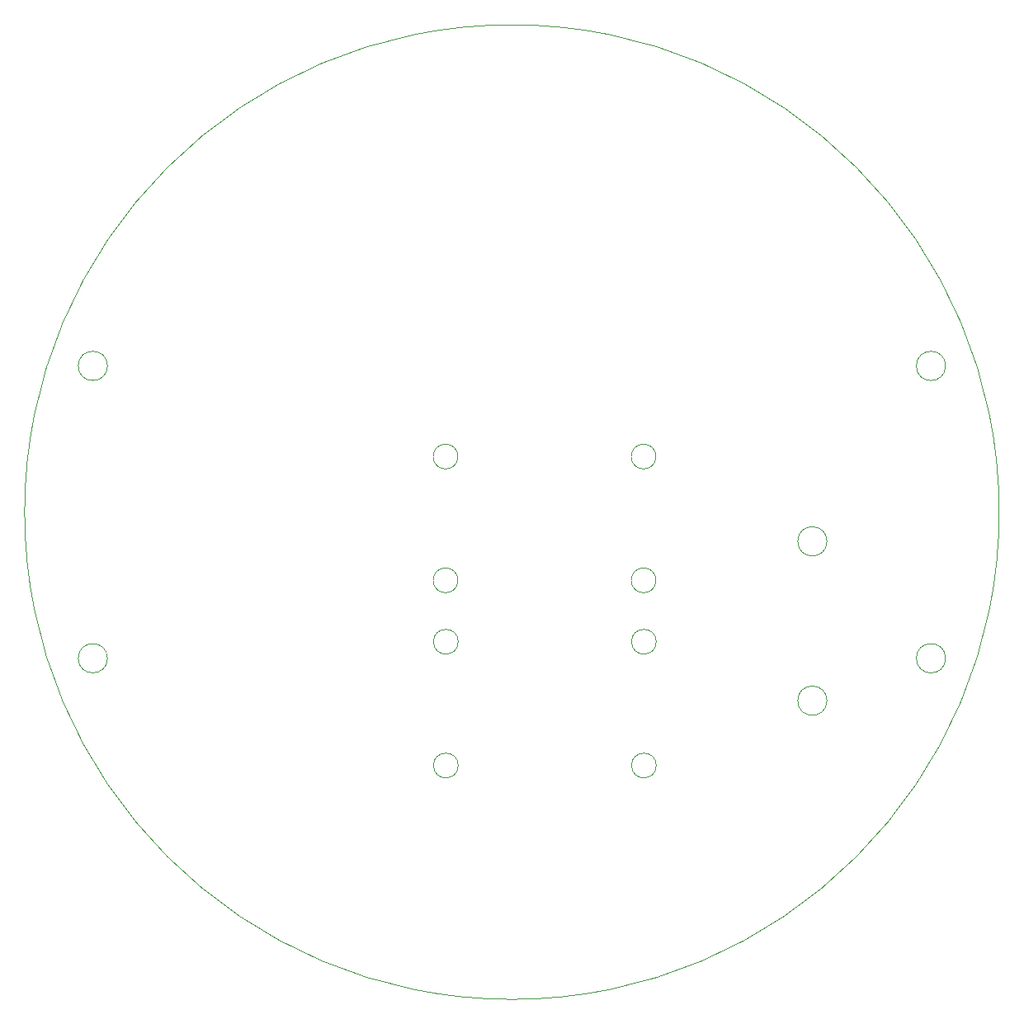
<source format=gbr>
%TF.GenerationSoftware,KiCad,Pcbnew,8.0.5*%
%TF.CreationDate,2025-03-06T00:48:24-05:00*%
%TF.ProjectId,CanSat_Sensor_Board,43616e53-6174-45f5-9365-6e736f725f42,rev?*%
%TF.SameCoordinates,Original*%
%TF.FileFunction,Profile,NP*%
%FSLAX46Y46*%
G04 Gerber Fmt 4.6, Leading zero omitted, Abs format (unit mm)*
G04 Created by KiCad (PCBNEW 8.0.5) date 2025-03-06 00:48:24*
%MOMM*%
%LPD*%
G01*
G04 APERTURE LIST*
%TA.AperFunction,Profile*%
%ADD10C,0.050000*%
%TD*%
G04 APERTURE END LIST*
D10*
X108500000Y-115000000D02*
G75*
G02*
X105500000Y-115000000I-1500000J0D01*
G01*
X105500000Y-115000000D02*
G75*
G02*
X108500000Y-115000000I1500000J0D01*
G01*
X200000000Y-100000000D02*
G75*
G02*
X100000000Y-100000000I-50000000J0D01*
G01*
X100000000Y-100000000D02*
G75*
G02*
X200000000Y-100000000I50000000J0D01*
G01*
X194500000Y-85000000D02*
G75*
G02*
X191500000Y-85000000I-1500000J0D01*
G01*
X191500000Y-85000000D02*
G75*
G02*
X194500000Y-85000000I1500000J0D01*
G01*
X108500000Y-85000000D02*
G75*
G02*
X105500000Y-85000000I-1500000J0D01*
G01*
X105500000Y-85000000D02*
G75*
G02*
X108500000Y-85000000I1500000J0D01*
G01*
X194500000Y-115000000D02*
G75*
G02*
X191500000Y-115000000I-1500000J0D01*
G01*
X191500000Y-115000000D02*
G75*
G02*
X194500000Y-115000000I1500000J0D01*
G01*
%TO.C,Temp&Pressure1*%
X144490000Y-113300000D02*
G75*
G02*
X141950000Y-113300000I-1270000J0D01*
G01*
X141950000Y-113300000D02*
G75*
G02*
X144490000Y-113300000I1270000J0D01*
G01*
X144490000Y-126000000D02*
G75*
G02*
X141950000Y-126000000I-1270000J0D01*
G01*
X141950000Y-126000000D02*
G75*
G02*
X144490000Y-126000000I1270000J0D01*
G01*
X164810000Y-113300000D02*
G75*
G02*
X162270000Y-113300000I-1270000J0D01*
G01*
X162270000Y-113300000D02*
G75*
G02*
X164810000Y-113300000I1270000J0D01*
G01*
X164810000Y-126000000D02*
G75*
G02*
X162270000Y-126000000I-1270000J0D01*
G01*
X162270000Y-126000000D02*
G75*
G02*
X164810000Y-126000000I1270000J0D01*
G01*
%TO.C,Magnetometer1*%
X144460000Y-94300000D02*
G75*
G02*
X141920000Y-94300000I-1270000J0D01*
G01*
X141920000Y-94300000D02*
G75*
G02*
X144460000Y-94300000I1270000J0D01*
G01*
X144460000Y-107000000D02*
G75*
G02*
X141920000Y-107000000I-1270000J0D01*
G01*
X141920000Y-107000000D02*
G75*
G02*
X144460000Y-107000000I1270000J0D01*
G01*
X164780000Y-94300000D02*
G75*
G02*
X162240000Y-94300000I-1270000J0D01*
G01*
X162240000Y-94300000D02*
G75*
G02*
X164780000Y-94300000I1270000J0D01*
G01*
X164780000Y-107000000D02*
G75*
G02*
X162240000Y-107000000I-1270000J0D01*
G01*
X162240000Y-107000000D02*
G75*
G02*
X164780000Y-107000000I1270000J0D01*
G01*
%TO.C,IMU1*%
X182325000Y-119350000D02*
G75*
G02*
X179325000Y-119350000I-1500000J0D01*
G01*
X179325000Y-119350000D02*
G75*
G02*
X182325000Y-119350000I1500000J0D01*
G01*
X182325000Y-103000000D02*
G75*
G02*
X179325000Y-103000000I-1500000J0D01*
G01*
X179325000Y-103000000D02*
G75*
G02*
X182325000Y-103000000I1500000J0D01*
G01*
%TD*%
M02*

</source>
